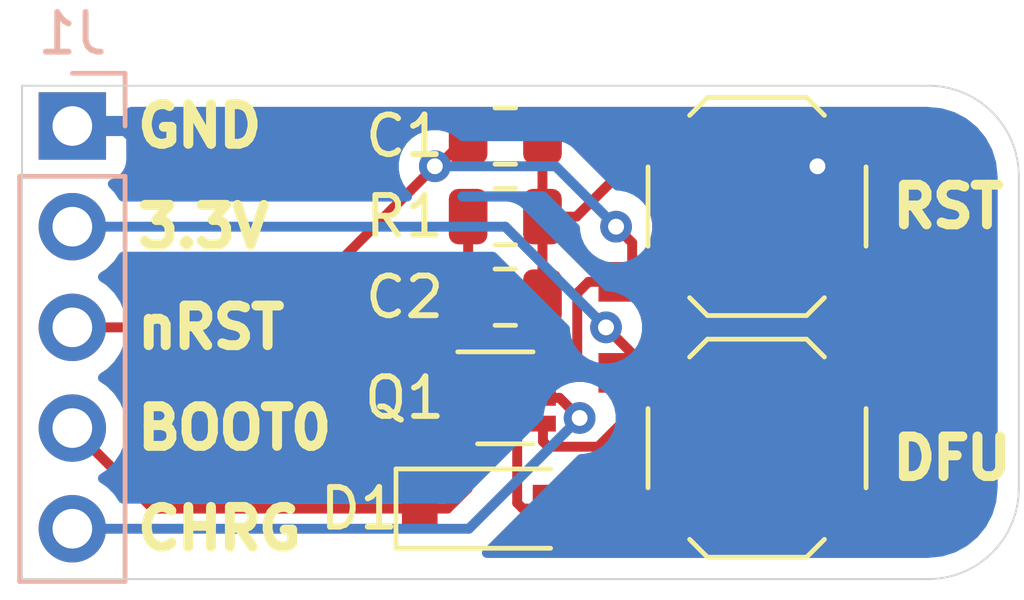
<source format=kicad_pcb>
(kicad_pcb (version 20171130) (host pcbnew "(5.1.6)-1")

  (general
    (thickness 1.6)
    (drawings 13)
    (tracks 66)
    (zones 0)
    (modules 8)
    (nets 7)
  )

  (page A4)
  (layers
    (0 F.Cu signal)
    (31 B.Cu signal)
    (32 B.Adhes user)
    (33 F.Adhes user)
    (34 B.Paste user)
    (35 F.Paste user)
    (36 B.SilkS user)
    (37 F.SilkS user)
    (38 B.Mask user)
    (39 F.Mask user)
    (40 Dwgs.User user)
    (41 Cmts.User user)
    (42 Eco1.User user)
    (43 Eco2.User user)
    (44 Edge.Cuts user)
    (45 Margin user)
    (46 B.CrtYd user)
    (47 F.CrtYd user)
    (48 B.Fab user hide)
    (49 F.Fab user hide)
  )

  (setup
    (last_trace_width 0.25)
    (trace_clearance 0.2)
    (zone_clearance 0.508)
    (zone_45_only no)
    (trace_min 0.2)
    (via_size 0.8)
    (via_drill 0.4)
    (via_min_size 0.4)
    (via_min_drill 0.3)
    (uvia_size 0.3)
    (uvia_drill 0.1)
    (uvias_allowed no)
    (uvia_min_size 0.2)
    (uvia_min_drill 0.1)
    (edge_width 0.05)
    (segment_width 0.2)
    (pcb_text_width 0.3)
    (pcb_text_size 1.5 1.5)
    (mod_edge_width 0.12)
    (mod_text_size 1 1)
    (mod_text_width 0.15)
    (pad_size 1.524 1.524)
    (pad_drill 0.762)
    (pad_to_mask_clearance 0.051)
    (solder_mask_min_width 0.25)
    (aux_axis_origin 0 0)
    (visible_elements 7FFFFFFF)
    (pcbplotparams
      (layerselection 0x010fc_ffffffff)
      (usegerberextensions false)
      (usegerberattributes false)
      (usegerberadvancedattributes false)
      (creategerberjobfile false)
      (excludeedgelayer true)
      (linewidth 0.100000)
      (plotframeref false)
      (viasonmask false)
      (mode 1)
      (useauxorigin false)
      (hpglpennumber 1)
      (hpglpenspeed 20)
      (hpglpendiameter 15.000000)
      (psnegative false)
      (psa4output false)
      (plotreference true)
      (plotvalue true)
      (plotinvisibletext false)
      (padsonsilk false)
      (subtractmaskfromsilk false)
      (outputformat 1)
      (mirror false)
      (drillshape 0)
      (scaleselection 1)
      (outputdirectory "Gerbers"))
  )

  (net 0 "")
  (net 1 "Net-(D1-Pad2)")
  (net 2 BOOT0)
  (net 3 GND)
  (net 4 NRST)
  (net 5 +3V3)
  (net 6 BOOT0_CHRG)

  (net_class Default "This is the default net class."
    (clearance 0.2)
    (trace_width 0.25)
    (via_dia 0.8)
    (via_drill 0.4)
    (uvia_dia 0.3)
    (uvia_drill 0.1)
    (add_net +3V3)
    (add_net BOOT0)
    (add_net BOOT0_CHRG)
    (add_net GND)
    (add_net NRST)
    (add_net "Net-(D1-Pad2)")
  )

  (module Button_Switch_SMD:SW_SPST_TL3342 (layer F.Cu) (tedit 5A02FC95) (tstamp 5EC3CED4)
    (at 93.218 70.104)
    (descr "Low-profile SMD Tactile Switch, https://www.e-switch.com/system/asset/product_line/data_sheet/165/TL3342.pdf")
    (tags "SPST Tactile Switch")
    (path /5CDF4771)
    (attr smd)
    (fp_text reference RESET1 (at 5.715 0) (layer F.SilkS) hide
      (effects (font (size 1 1) (thickness 0.15)))
    )
    (fp_text value RESET (at 0 3.75) (layer F.Fab)
      (effects (font (size 1 1) (thickness 0.15)))
    )
    (fp_line (start 3.2 2.1) (end 3.2 1.6) (layer F.Fab) (width 0.1))
    (fp_line (start 3.2 -2.1) (end 3.2 -1.6) (layer F.Fab) (width 0.1))
    (fp_line (start -3.2 2.1) (end -3.2 1.6) (layer F.Fab) (width 0.1))
    (fp_line (start -3.2 -2.1) (end -3.2 -1.6) (layer F.Fab) (width 0.1))
    (fp_line (start 2.7 -2.1) (end 2.7 -1.6) (layer F.Fab) (width 0.1))
    (fp_line (start 1.7 -2.1) (end 3.2 -2.1) (layer F.Fab) (width 0.1))
    (fp_line (start 3.2 -1.6) (end 2.2 -1.6) (layer F.Fab) (width 0.1))
    (fp_line (start -2.7 -2.1) (end -2.7 -1.6) (layer F.Fab) (width 0.1))
    (fp_line (start -1.7 -2.1) (end -3.2 -2.1) (layer F.Fab) (width 0.1))
    (fp_line (start -3.2 -1.6) (end -2.2 -1.6) (layer F.Fab) (width 0.1))
    (fp_line (start -2.7 2.1) (end -2.7 1.6) (layer F.Fab) (width 0.1))
    (fp_line (start -3.2 1.6) (end -2.2 1.6) (layer F.Fab) (width 0.1))
    (fp_line (start -1.7 2.1) (end -3.2 2.1) (layer F.Fab) (width 0.1))
    (fp_line (start 1.7 2.1) (end 3.2 2.1) (layer F.Fab) (width 0.1))
    (fp_line (start 2.7 2.1) (end 2.7 1.6) (layer F.Fab) (width 0.1))
    (fp_line (start 3.2 1.6) (end 2.2 1.6) (layer F.Fab) (width 0.1))
    (fp_line (start -1.7 2.3) (end -1.25 2.75) (layer F.SilkS) (width 0.12))
    (fp_line (start 1.7 2.3) (end 1.25 2.75) (layer F.SilkS) (width 0.12))
    (fp_line (start 1.7 -2.3) (end 1.25 -2.75) (layer F.SilkS) (width 0.12))
    (fp_line (start -1.7 -2.3) (end -1.25 -2.75) (layer F.SilkS) (width 0.12))
    (fp_line (start -2 -1) (end -1 -2) (layer F.Fab) (width 0.1))
    (fp_line (start -1 -2) (end 1 -2) (layer F.Fab) (width 0.1))
    (fp_line (start 1 -2) (end 2 -1) (layer F.Fab) (width 0.1))
    (fp_line (start 2 -1) (end 2 1) (layer F.Fab) (width 0.1))
    (fp_line (start 2 1) (end 1 2) (layer F.Fab) (width 0.1))
    (fp_line (start 1 2) (end -1 2) (layer F.Fab) (width 0.1))
    (fp_line (start -1 2) (end -2 1) (layer F.Fab) (width 0.1))
    (fp_line (start -2 1) (end -2 -1) (layer F.Fab) (width 0.1))
    (fp_line (start 2.75 -1) (end 2.75 1) (layer F.SilkS) (width 0.12))
    (fp_line (start -1.25 2.75) (end 1.25 2.75) (layer F.SilkS) (width 0.12))
    (fp_line (start -2.75 -1) (end -2.75 1) (layer F.SilkS) (width 0.12))
    (fp_line (start -1.25 -2.75) (end 1.25 -2.75) (layer F.SilkS) (width 0.12))
    (fp_line (start -2.6 -1.2) (end -2.6 1.2) (layer F.Fab) (width 0.1))
    (fp_line (start -2.6 1.2) (end -1.2 2.6) (layer F.Fab) (width 0.1))
    (fp_line (start -1.2 2.6) (end 1.2 2.6) (layer F.Fab) (width 0.1))
    (fp_line (start 1.2 2.6) (end 2.6 1.2) (layer F.Fab) (width 0.1))
    (fp_line (start 2.6 1.2) (end 2.6 -1.2) (layer F.Fab) (width 0.1))
    (fp_line (start 2.6 -1.2) (end 1.2 -2.6) (layer F.Fab) (width 0.1))
    (fp_line (start 1.2 -2.6) (end -1.2 -2.6) (layer F.Fab) (width 0.1))
    (fp_line (start -1.2 -2.6) (end -2.6 -1.2) (layer F.Fab) (width 0.1))
    (fp_line (start -4.25 -3) (end 4.25 -3) (layer F.CrtYd) (width 0.05))
    (fp_line (start 4.25 -3) (end 4.25 3) (layer F.CrtYd) (width 0.05))
    (fp_line (start 4.25 3) (end -4.25 3) (layer F.CrtYd) (width 0.05))
    (fp_line (start -4.25 3) (end -4.25 -3) (layer F.CrtYd) (width 0.05))
    (fp_circle (center 0 0) (end 1 0) (layer F.Fab) (width 0.1))
    (fp_text user %R (at 0 -3.75) (layer F.Fab)
      (effects (font (size 1 1) (thickness 0.15)))
    )
    (pad 2 smd rect (at 3.15 1.9) (size 1.7 1) (layers F.Cu F.Paste F.Mask)
      (net 4 NRST))
    (pad 2 smd rect (at -3.15 1.9) (size 1.7 1) (layers F.Cu F.Paste F.Mask)
      (net 4 NRST))
    (pad 1 smd rect (at 3.15 -1.9) (size 1.7 1) (layers F.Cu F.Paste F.Mask)
      (net 3 GND))
    (pad 1 smd rect (at -3.15 -1.9) (size 1.7 1) (layers F.Cu F.Paste F.Mask)
      (net 3 GND))
    (model ${KISYS3DMOD}/Button_Switch_SMD.3dshapes/SW_SPST_TL3342.wrl
      (at (xyz 0 0 0))
      (scale (xyz 1 1 1))
      (rotate (xyz 0 0 0))
    )
  )

  (module Resistor_SMD:R_0805_2012Metric (layer F.Cu) (tedit 5B36C52B) (tstamp 5EC3CE9E)
    (at 86.868 70.358)
    (descr "Resistor SMD 0805 (2012 Metric), square (rectangular) end terminal, IPC_7351 nominal, (Body size source: https://docs.google.com/spreadsheets/d/1BsfQQcO9C6DZCsRaXUlFlo91Tg2WpOkGARC1WS5S8t0/edit?usp=sharing), generated with kicad-footprint-generator")
    (tags resistor)
    (path /5D23DCAD)
    (attr smd)
    (fp_text reference R1 (at -2.54 0) (layer F.SilkS)
      (effects (font (size 1 1) (thickness 0.15)))
    )
    (fp_text value 100k (at 0 1.65) (layer F.Fab)
      (effects (font (size 1 1) (thickness 0.15)))
    )
    (fp_line (start -1 0.6) (end -1 -0.6) (layer F.Fab) (width 0.1))
    (fp_line (start -1 -0.6) (end 1 -0.6) (layer F.Fab) (width 0.1))
    (fp_line (start 1 -0.6) (end 1 0.6) (layer F.Fab) (width 0.1))
    (fp_line (start 1 0.6) (end -1 0.6) (layer F.Fab) (width 0.1))
    (fp_line (start -0.258578 -0.71) (end 0.258578 -0.71) (layer F.SilkS) (width 0.12))
    (fp_line (start -0.258578 0.71) (end 0.258578 0.71) (layer F.SilkS) (width 0.12))
    (fp_line (start -1.68 0.95) (end -1.68 -0.95) (layer F.CrtYd) (width 0.05))
    (fp_line (start -1.68 -0.95) (end 1.68 -0.95) (layer F.CrtYd) (width 0.05))
    (fp_line (start 1.68 -0.95) (end 1.68 0.95) (layer F.CrtYd) (width 0.05))
    (fp_line (start 1.68 0.95) (end -1.68 0.95) (layer F.CrtYd) (width 0.05))
    (fp_text user %R (at 0 0) (layer F.Fab)
      (effects (font (size 0.5 0.5) (thickness 0.08)))
    )
    (pad 2 smd roundrect (at 0.9375 0) (size 0.975 1.4) (layers F.Cu F.Paste F.Mask) (roundrect_rratio 0.25)
      (net 3 GND))
    (pad 1 smd roundrect (at -0.9375 0) (size 0.975 1.4) (layers F.Cu F.Paste F.Mask) (roundrect_rratio 0.25)
      (net 2 BOOT0))
    (model ${KISYS3DMOD}/Resistor_SMD.3dshapes/R_0805_2012Metric.wrl
      (at (xyz 0 0 0))
      (scale (xyz 1 1 1))
      (rotate (xyz 0 0 0))
    )
  )

  (module Package_TO_SOT_SMD:SOT-363_SC-70-6 (layer F.Cu) (tedit 5A02FF57) (tstamp 5EC3CE8D)
    (at 86.868 74.93)
    (descr "SOT-363, SC-70-6")
    (tags "SOT-363 SC-70-6")
    (path /5E864255)
    (attr smd)
    (fp_text reference Q1 (at -2.54 0) (layer F.SilkS)
      (effects (font (size 1 1) (thickness 0.15)))
    )
    (fp_text value MUN5333 (at 0 2 180) (layer F.Fab)
      (effects (font (size 1 1) (thickness 0.15)))
    )
    (fp_line (start 0.7 -1.16) (end -1.2 -1.16) (layer F.SilkS) (width 0.12))
    (fp_line (start -0.7 1.16) (end 0.7 1.16) (layer F.SilkS) (width 0.12))
    (fp_line (start 1.6 1.4) (end 1.6 -1.4) (layer F.CrtYd) (width 0.05))
    (fp_line (start -1.6 -1.4) (end -1.6 1.4) (layer F.CrtYd) (width 0.05))
    (fp_line (start -1.6 -1.4) (end 1.6 -1.4) (layer F.CrtYd) (width 0.05))
    (fp_line (start 0.675 -1.1) (end -0.175 -1.1) (layer F.Fab) (width 0.1))
    (fp_line (start -0.675 -0.6) (end -0.675 1.1) (layer F.Fab) (width 0.1))
    (fp_line (start -1.6 1.4) (end 1.6 1.4) (layer F.CrtYd) (width 0.05))
    (fp_line (start 0.675 -1.1) (end 0.675 1.1) (layer F.Fab) (width 0.1))
    (fp_line (start 0.675 1.1) (end -0.675 1.1) (layer F.Fab) (width 0.1))
    (fp_line (start -0.175 -1.1) (end -0.675 -0.6) (layer F.Fab) (width 0.1))
    (fp_text user %R (at 0 0 90) (layer F.Fab)
      (effects (font (size 0.5 0.5) (thickness 0.075)))
    )
    (pad 6 smd rect (at 0.95 -0.65) (size 0.65 0.4) (layers F.Cu F.Paste F.Mask)
      (net 4 NRST))
    (pad 4 smd rect (at 0.95 0.65) (size 0.65 0.4) (layers F.Cu F.Paste F.Mask)
      (net 5 +3V3))
    (pad 2 smd rect (at -0.95 0) (size 0.65 0.4) (layers F.Cu F.Paste F.Mask)
      (net 1 "Net-(D1-Pad2)"))
    (pad 5 smd rect (at 0.95 0) (size 0.65 0.4) (layers F.Cu F.Paste F.Mask)
      (net 6 BOOT0_CHRG))
    (pad 3 smd rect (at -0.95 0.65) (size 0.65 0.4) (layers F.Cu F.Paste F.Mask)
      (net 2 BOOT0))
    (pad 1 smd rect (at -0.95 -0.65) (size 0.65 0.4) (layers F.Cu F.Paste F.Mask)
      (net 3 GND))
    (model ${KISYS3DMOD}/Package_TO_SOT_SMD.3dshapes/SOT-363_SC-70-6.wrl
      (at (xyz 0 0 0))
      (scale (xyz 1 1 1))
      (rotate (xyz 0 0 0))
    )
  )

  (module Connector_PinHeader_2.54mm:PinHeader_1x05_P2.54mm_Vertical (layer B.Cu) (tedit 59FED5CC) (tstamp 5EC3CE77)
    (at 75.946 68.072 180)
    (descr "Through hole straight pin header, 1x05, 2.54mm pitch, single row")
    (tags "Through hole pin header THT 1x05 2.54mm single row")
    (path /5EC54312)
    (fp_text reference J1 (at 0 2.33) (layer B.SilkS)
      (effects (font (size 1 1) (thickness 0.15)) (justify mirror))
    )
    (fp_text value Conn_01x05 (at 0 -12.49) (layer B.Fab)
      (effects (font (size 1 1) (thickness 0.15)) (justify mirror))
    )
    (fp_line (start -0.635 1.27) (end 1.27 1.27) (layer B.Fab) (width 0.1))
    (fp_line (start 1.27 1.27) (end 1.27 -11.43) (layer B.Fab) (width 0.1))
    (fp_line (start 1.27 -11.43) (end -1.27 -11.43) (layer B.Fab) (width 0.1))
    (fp_line (start -1.27 -11.43) (end -1.27 0.635) (layer B.Fab) (width 0.1))
    (fp_line (start -1.27 0.635) (end -0.635 1.27) (layer B.Fab) (width 0.1))
    (fp_line (start -1.33 -11.49) (end 1.33 -11.49) (layer B.SilkS) (width 0.12))
    (fp_line (start -1.33 -1.27) (end -1.33 -11.49) (layer B.SilkS) (width 0.12))
    (fp_line (start 1.33 -1.27) (end 1.33 -11.49) (layer B.SilkS) (width 0.12))
    (fp_line (start -1.33 -1.27) (end 1.33 -1.27) (layer B.SilkS) (width 0.12))
    (fp_line (start -1.33 0) (end -1.33 1.33) (layer B.SilkS) (width 0.12))
    (fp_line (start -1.33 1.33) (end 0 1.33) (layer B.SilkS) (width 0.12))
    (fp_line (start -1.8 1.8) (end -1.8 -11.95) (layer B.CrtYd) (width 0.05))
    (fp_line (start -1.8 -11.95) (end 1.8 -11.95) (layer B.CrtYd) (width 0.05))
    (fp_line (start 1.8 -11.95) (end 1.8 1.8) (layer B.CrtYd) (width 0.05))
    (fp_line (start 1.8 1.8) (end -1.8 1.8) (layer B.CrtYd) (width 0.05))
    (fp_text user %R (at 0 -5.08 270) (layer B.Fab)
      (effects (font (size 1 1) (thickness 0.15)) (justify mirror))
    )
    (pad 5 thru_hole oval (at 0 -10.16 180) (size 1.7 1.7) (drill 1) (layers *.Cu *.Mask)
      (net 6 BOOT0_CHRG))
    (pad 4 thru_hole oval (at 0 -7.62 180) (size 1.7 1.7) (drill 1) (layers *.Cu *.Mask)
      (net 2 BOOT0))
    (pad 3 thru_hole oval (at 0 -5.08 180) (size 1.7 1.7) (drill 1) (layers *.Cu *.Mask)
      (net 4 NRST))
    (pad 2 thru_hole oval (at 0 -2.54 180) (size 1.7 1.7) (drill 1) (layers *.Cu *.Mask)
      (net 5 +3V3))
    (pad 1 thru_hole rect (at 0 0 180) (size 1.7 1.7) (drill 1) (layers *.Cu *.Mask)
      (net 3 GND))
    (model ${KISYS3DMOD}/Connector_PinHeader_2.54mm.3dshapes/PinHeader_1x05_P2.54mm_Vertical.wrl
      (at (xyz 0 0 0))
      (scale (xyz 1 1 1))
      (rotate (xyz 0 0 0))
    )
  )

  (module Button_Switch_SMD:SW_SPST_TL3342 (layer F.Cu) (tedit 5A02FC95) (tstamp 5EC3CE5E)
    (at 93.218 76.2)
    (descr "Low-profile SMD Tactile Switch, https://www.e-switch.com/system/asset/product_line/data_sheet/165/TL3342.pdf")
    (tags "SPST Tactile Switch")
    (path /5E59A1E2)
    (attr smd)
    (fp_text reference DFU1 (at 5.08 0) (layer F.SilkS) hide
      (effects (font (size 1 1) (thickness 0.15)))
    )
    (fp_text value DFU (at 0 3.75) (layer F.Fab)
      (effects (font (size 1 1) (thickness 0.15)))
    )
    (fp_line (start 3.2 2.1) (end 3.2 1.6) (layer F.Fab) (width 0.1))
    (fp_line (start 3.2 -2.1) (end 3.2 -1.6) (layer F.Fab) (width 0.1))
    (fp_line (start -3.2 2.1) (end -3.2 1.6) (layer F.Fab) (width 0.1))
    (fp_line (start -3.2 -2.1) (end -3.2 -1.6) (layer F.Fab) (width 0.1))
    (fp_line (start 2.7 -2.1) (end 2.7 -1.6) (layer F.Fab) (width 0.1))
    (fp_line (start 1.7 -2.1) (end 3.2 -2.1) (layer F.Fab) (width 0.1))
    (fp_line (start 3.2 -1.6) (end 2.2 -1.6) (layer F.Fab) (width 0.1))
    (fp_line (start -2.7 -2.1) (end -2.7 -1.6) (layer F.Fab) (width 0.1))
    (fp_line (start -1.7 -2.1) (end -3.2 -2.1) (layer F.Fab) (width 0.1))
    (fp_line (start -3.2 -1.6) (end -2.2 -1.6) (layer F.Fab) (width 0.1))
    (fp_line (start -2.7 2.1) (end -2.7 1.6) (layer F.Fab) (width 0.1))
    (fp_line (start -3.2 1.6) (end -2.2 1.6) (layer F.Fab) (width 0.1))
    (fp_line (start -1.7 2.1) (end -3.2 2.1) (layer F.Fab) (width 0.1))
    (fp_line (start 1.7 2.1) (end 3.2 2.1) (layer F.Fab) (width 0.1))
    (fp_line (start 2.7 2.1) (end 2.7 1.6) (layer F.Fab) (width 0.1))
    (fp_line (start 3.2 1.6) (end 2.2 1.6) (layer F.Fab) (width 0.1))
    (fp_line (start -1.7 2.3) (end -1.25 2.75) (layer F.SilkS) (width 0.12))
    (fp_line (start 1.7 2.3) (end 1.25 2.75) (layer F.SilkS) (width 0.12))
    (fp_line (start 1.7 -2.3) (end 1.25 -2.75) (layer F.SilkS) (width 0.12))
    (fp_line (start -1.7 -2.3) (end -1.25 -2.75) (layer F.SilkS) (width 0.12))
    (fp_line (start -2 -1) (end -1 -2) (layer F.Fab) (width 0.1))
    (fp_line (start -1 -2) (end 1 -2) (layer F.Fab) (width 0.1))
    (fp_line (start 1 -2) (end 2 -1) (layer F.Fab) (width 0.1))
    (fp_line (start 2 -1) (end 2 1) (layer F.Fab) (width 0.1))
    (fp_line (start 2 1) (end 1 2) (layer F.Fab) (width 0.1))
    (fp_line (start 1 2) (end -1 2) (layer F.Fab) (width 0.1))
    (fp_line (start -1 2) (end -2 1) (layer F.Fab) (width 0.1))
    (fp_line (start -2 1) (end -2 -1) (layer F.Fab) (width 0.1))
    (fp_line (start 2.75 -1) (end 2.75 1) (layer F.SilkS) (width 0.12))
    (fp_line (start -1.25 2.75) (end 1.25 2.75) (layer F.SilkS) (width 0.12))
    (fp_line (start -2.75 -1) (end -2.75 1) (layer F.SilkS) (width 0.12))
    (fp_line (start -1.25 -2.75) (end 1.25 -2.75) (layer F.SilkS) (width 0.12))
    (fp_line (start -2.6 -1.2) (end -2.6 1.2) (layer F.Fab) (width 0.1))
    (fp_line (start -2.6 1.2) (end -1.2 2.6) (layer F.Fab) (width 0.1))
    (fp_line (start -1.2 2.6) (end 1.2 2.6) (layer F.Fab) (width 0.1))
    (fp_line (start 1.2 2.6) (end 2.6 1.2) (layer F.Fab) (width 0.1))
    (fp_line (start 2.6 1.2) (end 2.6 -1.2) (layer F.Fab) (width 0.1))
    (fp_line (start 2.6 -1.2) (end 1.2 -2.6) (layer F.Fab) (width 0.1))
    (fp_line (start 1.2 -2.6) (end -1.2 -2.6) (layer F.Fab) (width 0.1))
    (fp_line (start -1.2 -2.6) (end -2.6 -1.2) (layer F.Fab) (width 0.1))
    (fp_line (start -4.25 -3) (end 4.25 -3) (layer F.CrtYd) (width 0.05))
    (fp_line (start 4.25 -3) (end 4.25 3) (layer F.CrtYd) (width 0.05))
    (fp_line (start 4.25 3) (end -4.25 3) (layer F.CrtYd) (width 0.05))
    (fp_line (start -4.25 3) (end -4.25 -3) (layer F.CrtYd) (width 0.05))
    (fp_circle (center 0 0) (end 1 0) (layer F.Fab) (width 0.1))
    (fp_text user %R (at 0 -3.75) (layer F.Fab)
      (effects (font (size 1 1) (thickness 0.15)))
    )
    (pad 2 smd rect (at 3.15 1.9) (size 1.7 1) (layers F.Cu F.Paste F.Mask)
      (net 1 "Net-(D1-Pad2)"))
    (pad 2 smd rect (at -3.15 1.9) (size 1.7 1) (layers F.Cu F.Paste F.Mask)
      (net 1 "Net-(D1-Pad2)"))
    (pad 1 smd rect (at 3.15 -1.9) (size 1.7 1) (layers F.Cu F.Paste F.Mask)
      (net 5 +3V3))
    (pad 1 smd rect (at -3.15 -1.9) (size 1.7 1) (layers F.Cu F.Paste F.Mask)
      (net 5 +3V3))
    (model ${KISYS3DMOD}/Button_Switch_SMD.3dshapes/SW_SPST_TL3342.wrl
      (at (xyz 0 0 0))
      (scale (xyz 1 1 1))
      (rotate (xyz 0 0 0))
    )
  )

  (module Capacitor_SMD:C_0805_2012Metric (layer F.Cu) (tedit 5B36C52B) (tstamp 5EC3CDF8)
    (at 86.868 72.39)
    (descr "Capacitor SMD 0805 (2012 Metric), square (rectangular) end terminal, IPC_7351 nominal, (Body size source: https://docs.google.com/spreadsheets/d/1BsfQQcO9C6DZCsRaXUlFlo91Tg2WpOkGARC1WS5S8t0/edit?usp=sharing), generated with kicad-footprint-generator")
    (tags capacitor)
    (path /5D2331B3)
    (attr smd)
    (fp_text reference C2 (at -2.54 0) (layer F.SilkS)
      (effects (font (size 1 1) (thickness 0.15)))
    )
    (fp_text value 10u (at 0 1.65) (layer F.Fab)
      (effects (font (size 1 1) (thickness 0.15)))
    )
    (fp_line (start -1 0.6) (end -1 -0.6) (layer F.Fab) (width 0.1))
    (fp_line (start -1 -0.6) (end 1 -0.6) (layer F.Fab) (width 0.1))
    (fp_line (start 1 -0.6) (end 1 0.6) (layer F.Fab) (width 0.1))
    (fp_line (start 1 0.6) (end -1 0.6) (layer F.Fab) (width 0.1))
    (fp_line (start -0.258578 -0.71) (end 0.258578 -0.71) (layer F.SilkS) (width 0.12))
    (fp_line (start -0.258578 0.71) (end 0.258578 0.71) (layer F.SilkS) (width 0.12))
    (fp_line (start -1.68 0.95) (end -1.68 -0.95) (layer F.CrtYd) (width 0.05))
    (fp_line (start -1.68 -0.95) (end 1.68 -0.95) (layer F.CrtYd) (width 0.05))
    (fp_line (start 1.68 -0.95) (end 1.68 0.95) (layer F.CrtYd) (width 0.05))
    (fp_line (start 1.68 0.95) (end -1.68 0.95) (layer F.CrtYd) (width 0.05))
    (fp_text user %R (at 0 0) (layer F.Fab)
      (effects (font (size 0.5 0.5) (thickness 0.08)))
    )
    (pad 2 smd roundrect (at 0.9375 0) (size 0.975 1.4) (layers F.Cu F.Paste F.Mask) (roundrect_rratio 0.25)
      (net 3 GND))
    (pad 1 smd roundrect (at -0.9375 0) (size 0.975 1.4) (layers F.Cu F.Paste F.Mask) (roundrect_rratio 0.25)
      (net 2 BOOT0))
    (model ${KISYS3DMOD}/Capacitor_SMD.3dshapes/C_0805_2012Metric.wrl
      (at (xyz 0 0 0))
      (scale (xyz 1 1 1))
      (rotate (xyz 0 0 0))
    )
  )

  (module Capacitor_SMD:C_0805_2012Metric (layer F.Cu) (tedit 5B36C52B) (tstamp 5EC3CDE7)
    (at 86.868 68.326)
    (descr "Capacitor SMD 0805 (2012 Metric), square (rectangular) end terminal, IPC_7351 nominal, (Body size source: https://docs.google.com/spreadsheets/d/1BsfQQcO9C6DZCsRaXUlFlo91Tg2WpOkGARC1WS5S8t0/edit?usp=sharing), generated with kicad-footprint-generator")
    (tags capacitor)
    (path /5D228A0C)
    (attr smd)
    (fp_text reference C1 (at -2.54 0) (layer F.SilkS)
      (effects (font (size 1 1) (thickness 0.15)))
    )
    (fp_text value 100n (at 0 1.65) (layer F.Fab)
      (effects (font (size 1 1) (thickness 0.15)))
    )
    (fp_line (start -1 0.6) (end -1 -0.6) (layer F.Fab) (width 0.1))
    (fp_line (start -1 -0.6) (end 1 -0.6) (layer F.Fab) (width 0.1))
    (fp_line (start 1 -0.6) (end 1 0.6) (layer F.Fab) (width 0.1))
    (fp_line (start 1 0.6) (end -1 0.6) (layer F.Fab) (width 0.1))
    (fp_line (start -0.258578 -0.71) (end 0.258578 -0.71) (layer F.SilkS) (width 0.12))
    (fp_line (start -0.258578 0.71) (end 0.258578 0.71) (layer F.SilkS) (width 0.12))
    (fp_line (start -1.68 0.95) (end -1.68 -0.95) (layer F.CrtYd) (width 0.05))
    (fp_line (start -1.68 -0.95) (end 1.68 -0.95) (layer F.CrtYd) (width 0.05))
    (fp_line (start 1.68 -0.95) (end 1.68 0.95) (layer F.CrtYd) (width 0.05))
    (fp_line (start 1.68 0.95) (end -1.68 0.95) (layer F.CrtYd) (width 0.05))
    (fp_text user %R (at 0 0) (layer F.Fab)
      (effects (font (size 0.5 0.5) (thickness 0.08)))
    )
    (pad 2 smd roundrect (at 0.9375 0) (size 0.975 1.4) (layers F.Cu F.Paste F.Mask) (roundrect_rratio 0.25)
      (net 3 GND))
    (pad 1 smd roundrect (at -0.9375 0) (size 0.975 1.4) (layers F.Cu F.Paste F.Mask) (roundrect_rratio 0.25)
      (net 4 NRST))
    (model ${KISYS3DMOD}/Capacitor_SMD.3dshapes/C_0805_2012Metric.wrl
      (at (xyz 0 0 0))
      (scale (xyz 1 1 1))
      (rotate (xyz 0 0 0))
    )
  )

  (module Diode_SMD:D_SOD-123 (layer F.Cu) (tedit 58645DC7) (tstamp 5EC3CC9E)
    (at 86.36 77.724)
    (descr SOD-123)
    (tags SOD-123)
    (path /5D249B3D)
    (attr smd)
    (fp_text reference D1 (at -3.175 0) (layer F.SilkS)
      (effects (font (size 1 1) (thickness 0.15)))
    )
    (fp_text value 1N4148 (at 0 2.1) (layer F.Fab)
      (effects (font (size 1 1) (thickness 0.15)))
    )
    (fp_line (start -2.25 -1) (end -2.25 1) (layer F.SilkS) (width 0.12))
    (fp_line (start 0.25 0) (end 0.75 0) (layer F.Fab) (width 0.1))
    (fp_line (start 0.25 0.4) (end -0.35 0) (layer F.Fab) (width 0.1))
    (fp_line (start 0.25 -0.4) (end 0.25 0.4) (layer F.Fab) (width 0.1))
    (fp_line (start -0.35 0) (end 0.25 -0.4) (layer F.Fab) (width 0.1))
    (fp_line (start -0.35 0) (end -0.35 0.55) (layer F.Fab) (width 0.1))
    (fp_line (start -0.35 0) (end -0.35 -0.55) (layer F.Fab) (width 0.1))
    (fp_line (start -0.75 0) (end -0.35 0) (layer F.Fab) (width 0.1))
    (fp_line (start -1.4 0.9) (end -1.4 -0.9) (layer F.Fab) (width 0.1))
    (fp_line (start 1.4 0.9) (end -1.4 0.9) (layer F.Fab) (width 0.1))
    (fp_line (start 1.4 -0.9) (end 1.4 0.9) (layer F.Fab) (width 0.1))
    (fp_line (start -1.4 -0.9) (end 1.4 -0.9) (layer F.Fab) (width 0.1))
    (fp_line (start -2.35 -1.15) (end 2.35 -1.15) (layer F.CrtYd) (width 0.05))
    (fp_line (start 2.35 -1.15) (end 2.35 1.15) (layer F.CrtYd) (width 0.05))
    (fp_line (start 2.35 1.15) (end -2.35 1.15) (layer F.CrtYd) (width 0.05))
    (fp_line (start -2.35 -1.15) (end -2.35 1.15) (layer F.CrtYd) (width 0.05))
    (fp_line (start -2.25 1) (end 1.65 1) (layer F.SilkS) (width 0.12))
    (fp_line (start -2.25 -1) (end 1.65 -1) (layer F.SilkS) (width 0.12))
    (fp_text user %R (at 0 -2) (layer F.Fab)
      (effects (font (size 1 1) (thickness 0.15)))
    )
    (pad 2 smd rect (at 1.65 0) (size 0.9 1.2) (layers F.Cu F.Paste F.Mask)
      (net 1 "Net-(D1-Pad2)"))
    (pad 1 smd rect (at -1.65 0) (size 0.9 1.2) (layers F.Cu F.Paste F.Mask)
      (net 2 BOOT0))
    (model ${KISYS3DMOD}/Diode_SMD.3dshapes/D_SOD-123.wrl
      (at (xyz 0 0 0))
      (scale (xyz 1 1 1))
      (rotate (xyz 0 0 0))
    )
  )

  (gr_arc (start 97.536 77.216) (end 97.536 79.502) (angle -90) (layer Edge.Cuts) (width 0.05))
  (gr_arc (start 97.536 69.342) (end 99.822 69.342) (angle -90) (layer Edge.Cuts) (width 0.05))
  (gr_text DFU (at 96.52 76.454) (layer F.SilkS) (tstamp 5EC3E1C0)
    (effects (font (size 1 1) (thickness 0.25)) (justify left))
  )
  (gr_text RST (at 96.52 70.104) (layer F.SilkS) (tstamp 5EC3E151)
    (effects (font (size 1 1) (thickness 0.25)) (justify left))
  )
  (gr_line (start 74.676 79.502) (end 74.676 67.056) (layer Edge.Cuts) (width 0.05) (tstamp 5EC3DE16))
  (gr_line (start 97.536 79.502) (end 74.676 79.502) (layer Edge.Cuts) (width 0.05))
  (gr_line (start 99.822 69.342) (end 99.822 77.216) (layer Edge.Cuts) (width 0.05))
  (gr_line (start 74.676 67.056) (end 97.536 67.056) (layer Edge.Cuts) (width 0.05))
  (gr_text CHRG (at 77.47 78.232) (layer F.SilkS) (tstamp 5EC3DB75)
    (effects (font (size 1 1) (thickness 0.25)) (justify left))
  )
  (gr_text BOOT0 (at 77.47 75.692) (layer F.SilkS) (tstamp 5EC3DB72)
    (effects (font (size 1 1) (thickness 0.25)) (justify left))
  )
  (gr_text nRST (at 77.47 73.152) (layer F.SilkS) (tstamp 5EC3DB6F)
    (effects (font (size 1 1) (thickness 0.25)) (justify left))
  )
  (gr_text 3.3V (at 77.47 70.612) (layer F.SilkS) (tstamp 5EC3DB6C)
    (effects (font (size 1 1) (thickness 0.25)) (justify left))
  )
  (gr_text GND (at 77.47 68.072) (layer F.SilkS)
    (effects (font (size 1 1) (thickness 0.25)) (justify left))
  )

  (segment (start 87.31 77.724) (end 88.01 77.724) (width 0.25) (layer F.Cu) (net 1))
  (segment (start 87.167999 77.581999) (end 87.31 77.724) (width 0.25) (layer F.Cu) (net 1))
  (segment (start 87.167999 75.604999) (end 87.167999 77.581999) (width 0.25) (layer F.Cu) (net 1))
  (segment (start 86.493 74.93) (end 87.167999 75.604999) (width 0.25) (layer F.Cu) (net 1))
  (segment (start 85.918 74.93) (end 86.493 74.93) (width 0.25) (layer F.Cu) (net 1))
  (segment (start 89.438 77.724) (end 90.068 78.354) (width 0.25) (layer F.Cu) (net 1))
  (segment (start 88.01 77.724) (end 89.438 77.724) (width 0.25) (layer F.Cu) (net 1))
  (segment (start 90.068 78.354) (end 96.368 78.354) (width 0.25) (layer F.Cu) (net 1))
  (segment (start 85.9305 70.358) (end 85.9305 72.39) (width 0.25) (layer F.Cu) (net 2))
  (segment (start 85.343 75.58) (end 85.918 75.58) (width 0.25) (layer F.Cu) (net 2))
  (segment (start 85.267999 75.504999) (end 85.343 75.58) (width 0.25) (layer F.Cu) (net 2))
  (segment (start 85.267999 73.052501) (end 85.267999 75.504999) (width 0.25) (layer F.Cu) (net 2))
  (segment (start 85.9305 72.39) (end 85.267999 73.052501) (width 0.25) (layer F.Cu) (net 2))
  (segment (start 85.41 77.724) (end 84.71 77.724) (width 0.25) (layer F.Cu) (net 2))
  (segment (start 85.918 77.216) (end 85.41 77.724) (width 0.25) (layer F.Cu) (net 2))
  (segment (start 85.918 75.58) (end 85.918 77.216) (width 0.25) (layer F.Cu) (net 2))
  (segment (start 77.978 77.724) (end 75.946 75.692) (width 0.25) (layer F.Cu) (net 2))
  (segment (start 84.71 77.724) (end 77.978 77.724) (width 0.25) (layer F.Cu) (net 2))
  (segment (start 91.168 68.204) (end 96.368 68.204) (width 0.25) (layer F.Cu) (net 3))
  (segment (start 90.068 68.204) (end 91.168 68.204) (width 0.25) (layer F.Cu) (net 3))
  (segment (start 88.664 70.358) (end 88.293 70.358) (width 0.25) (layer F.Cu) (net 3))
  (segment (start 88.293 70.358) (end 87.8055 70.358) (width 0.25) (layer F.Cu) (net 3))
  (segment (start 90.068 68.954) (end 88.664 70.358) (width 0.25) (layer F.Cu) (net 3))
  (segment (start 90.068 68.204) (end 90.068 68.954) (width 0.25) (layer F.Cu) (net 3))
  (segment (start 87.8055 68.326) (end 87.8055 72.39) (width 0.25) (layer F.Cu) (net 3))
  (segment (start 85.918 74.2775) (end 85.918 74.28) (width 0.25) (layer F.Cu) (net 3))
  (segment (start 87.8055 72.39) (end 85.918 74.2775) (width 0.25) (layer F.Cu) (net 3))
  (via (at 94.742 69.088) (size 0.8) (drill 0.4) (layers F.Cu B.Cu) (net 3))
  (segment (start 96.368 68.204) (end 95.626 68.204) (width 0.25) (layer F.Cu) (net 3))
  (segment (start 95.626 68.204) (end 94.742 69.088) (width 0.25) (layer F.Cu) (net 3))
  (segment (start 95.268 72.004) (end 90.068 72.004) (width 0.25) (layer F.Cu) (net 4))
  (segment (start 96.368 72.004) (end 95.268 72.004) (width 0.25) (layer F.Cu) (net 4))
  (via (at 89.662 70.612) (size 0.8) (drill 0.4) (layers F.Cu B.Cu) (net 4))
  (segment (start 90.068 72.004) (end 90.068 71.018) (width 0.25) (layer F.Cu) (net 4))
  (segment (start 90.068 71.018) (end 89.662 70.612) (width 0.25) (layer F.Cu) (net 4))
  (via (at 85.09 69.088) (size 0.8) (drill 0.4) (layers F.Cu B.Cu) (net 4))
  (segment (start 89.662 70.612) (end 88.138 69.088) (width 0.25) (layer B.Cu) (net 4))
  (segment (start 88.138 69.088) (end 85.09 69.088) (width 0.25) (layer B.Cu) (net 4))
  (segment (start 85.1685 69.088) (end 85.9305 68.326) (width 0.25) (layer F.Cu) (net 4))
  (segment (start 85.09 69.088) (end 85.1685 69.088) (width 0.25) (layer F.Cu) (net 4))
  (segment (start 81.026 73.152) (end 85.09 69.088) (width 0.25) (layer F.Cu) (net 4))
  (segment (start 75.946 73.152) (end 81.026 73.152) (width 0.25) (layer F.Cu) (net 4))
  (segment (start 88.682998 72.289002) (end 88.682998 73.990002) (width 0.25) (layer F.Cu) (net 4))
  (segment (start 88.393 74.28) (end 87.818 74.28) (width 0.25) (layer F.Cu) (net 4))
  (segment (start 90.068 72.004) (end 88.968 72.004) (width 0.25) (layer F.Cu) (net 4))
  (segment (start 88.968 72.004) (end 88.682998 72.289002) (width 0.25) (layer F.Cu) (net 4))
  (segment (start 88.682998 73.990002) (end 88.393 74.28) (width 0.25) (layer F.Cu) (net 4))
  (segment (start 95.268 74.554) (end 90.068 74.554) (width 0.25) (layer F.Cu) (net 5))
  (segment (start 96.368 74.554) (end 95.268 74.554) (width 0.25) (layer F.Cu) (net 5))
  (segment (start 90.068 74.527953) (end 90.042358 74.502311) (width 0.25) (layer F.Cu) (net 5))
  (segment (start 87.951001 76.163001) (end 87.818 76.03) (width 0.25) (layer F.Cu) (net 5))
  (segment (start 89.208999 76.163001) (end 87.951001 76.163001) (width 0.25) (layer F.Cu) (net 5))
  (segment (start 87.818 76.03) (end 87.818 75.58) (width 0.25) (layer F.Cu) (net 5))
  (segment (start 90.068 74.554) (end 90.068 74.527953) (width 0.25) (layer F.Cu) (net 5))
  (segment (start 90.068 75.304) (end 89.208999 76.163001) (width 0.25) (layer F.Cu) (net 5))
  (segment (start 90.068 74.554) (end 90.068 75.304) (width 0.25) (layer F.Cu) (net 5))
  (via (at 89.408 73.152) (size 0.8) (drill 0.4) (layers F.Cu B.Cu) (net 5))
  (segment (start 90.068 73.812) (end 89.408 73.152) (width 0.25) (layer F.Cu) (net 5))
  (segment (start 90.068 74.3) (end 90.068 73.812) (width 0.25) (layer F.Cu) (net 5))
  (segment (start 86.868 70.612) (end 75.946 70.612) (width 0.25) (layer B.Cu) (net 5))
  (segment (start 89.408 73.152) (end 86.868 70.612) (width 0.25) (layer B.Cu) (net 5))
  (via (at 88.743002 75.438) (size 0.8) (drill 0.4) (layers F.Cu B.Cu) (net 6))
  (segment (start 85.949002 78.232) (end 88.743002 75.438) (width 0.25) (layer B.Cu) (net 6))
  (segment (start 75.946 78.232) (end 85.949002 78.232) (width 0.25) (layer B.Cu) (net 6))
  (segment (start 88.235002 74.93) (end 87.818 74.93) (width 0.25) (layer F.Cu) (net 6))
  (segment (start 88.743002 75.438) (end 88.235002 74.93) (width 0.25) (layer F.Cu) (net 6))

  (zone (net 3) (net_name GND) (layer B.Cu) (tstamp 5EC3E5DF) (hatch edge 0.508)
    (connect_pads (clearance 0.508))
    (min_thickness 0.254)
    (fill yes (arc_segments 32) (thermal_gap 0.508) (thermal_bridge_width 0.508))
    (polygon
      (pts
        (xy 99.822 79.502) (xy 74.676 79.502) (xy 74.676 67.056) (xy 99.822 67.056)
      )
    )
    (filled_polygon
      (pts
        (xy 97.85121 67.750072) (xy 98.154413 67.841614) (xy 98.434064 67.990307) (xy 98.679505 68.190484) (xy 98.881391 68.434521)
        (xy 99.032031 68.713125) (xy 99.12569 69.015688) (xy 99.162 69.361158) (xy 99.162001 77.183711) (xy 99.127928 77.531209)
        (xy 99.036384 77.834417) (xy 98.887693 78.114063) (xy 98.687516 78.359505) (xy 98.443476 78.561392) (xy 98.164875 78.712031)
        (xy 97.862313 78.80569) (xy 97.516842 78.842) (xy 86.403709 78.842) (xy 86.489003 78.772001) (xy 86.512806 78.742997)
        (xy 88.782804 76.473) (xy 88.844941 76.473) (xy 89.0449 76.433226) (xy 89.233258 76.355205) (xy 89.402776 76.241937)
        (xy 89.546939 76.097774) (xy 89.660207 75.928256) (xy 89.738228 75.739898) (xy 89.778002 75.539939) (xy 89.778002 75.336061)
        (xy 89.738228 75.136102) (xy 89.660207 74.947744) (xy 89.546939 74.778226) (xy 89.402776 74.634063) (xy 89.233258 74.520795)
        (xy 89.0449 74.442774) (xy 88.844941 74.403) (xy 88.641063 74.403) (xy 88.441104 74.442774) (xy 88.252746 74.520795)
        (xy 88.083228 74.634063) (xy 87.939065 74.778226) (xy 87.825797 74.947744) (xy 87.747776 75.136102) (xy 87.708002 75.336061)
        (xy 87.708002 75.398198) (xy 85.634201 77.472) (xy 77.224178 77.472) (xy 77.099475 77.285368) (xy 76.892632 77.078525)
        (xy 76.71824 76.962) (xy 76.892632 76.845475) (xy 77.099475 76.638632) (xy 77.26199 76.395411) (xy 77.373932 76.125158)
        (xy 77.431 75.83826) (xy 77.431 75.54574) (xy 77.373932 75.258842) (xy 77.26199 74.988589) (xy 77.099475 74.745368)
        (xy 76.892632 74.538525) (xy 76.71824 74.422) (xy 76.892632 74.305475) (xy 77.099475 74.098632) (xy 77.26199 73.855411)
        (xy 77.373932 73.585158) (xy 77.431 73.29826) (xy 77.431 73.00574) (xy 77.373932 72.718842) (xy 77.26199 72.448589)
        (xy 77.099475 72.205368) (xy 76.892632 71.998525) (xy 76.71824 71.882) (xy 76.892632 71.765475) (xy 77.099475 71.558632)
        (xy 77.224178 71.372) (xy 86.553199 71.372) (xy 88.373 73.191803) (xy 88.373 73.253939) (xy 88.412774 73.453898)
        (xy 88.490795 73.642256) (xy 88.604063 73.811774) (xy 88.748226 73.955937) (xy 88.917744 74.069205) (xy 89.106102 74.147226)
        (xy 89.306061 74.187) (xy 89.509939 74.187) (xy 89.709898 74.147226) (xy 89.898256 74.069205) (xy 90.067774 73.955937)
        (xy 90.211937 73.811774) (xy 90.325205 73.642256) (xy 90.403226 73.453898) (xy 90.443 73.253939) (xy 90.443 73.050061)
        (xy 90.403226 72.850102) (xy 90.325205 72.661744) (xy 90.211937 72.492226) (xy 90.067774 72.348063) (xy 89.898256 72.234795)
        (xy 89.709898 72.156774) (xy 89.509939 72.117) (xy 89.447803 72.117) (xy 87.431804 70.101003) (xy 87.408001 70.071999)
        (xy 87.292276 69.977026) (xy 87.160247 69.906454) (xy 87.016986 69.862997) (xy 86.905333 69.852) (xy 86.905322 69.852)
        (xy 86.868 69.848324) (xy 86.830678 69.852) (xy 85.789711 69.852) (xy 85.793711 69.848) (xy 87.823199 69.848)
        (xy 88.627 70.651802) (xy 88.627 70.713939) (xy 88.666774 70.913898) (xy 88.744795 71.102256) (xy 88.858063 71.271774)
        (xy 89.002226 71.415937) (xy 89.171744 71.529205) (xy 89.360102 71.607226) (xy 89.560061 71.647) (xy 89.763939 71.647)
        (xy 89.963898 71.607226) (xy 90.152256 71.529205) (xy 90.321774 71.415937) (xy 90.465937 71.271774) (xy 90.579205 71.102256)
        (xy 90.657226 70.913898) (xy 90.697 70.713939) (xy 90.697 70.510061) (xy 90.657226 70.310102) (xy 90.579205 70.121744)
        (xy 90.465937 69.952226) (xy 90.321774 69.808063) (xy 90.152256 69.694795) (xy 89.963898 69.616774) (xy 89.763939 69.577)
        (xy 89.701802 69.577) (xy 88.701803 68.577002) (xy 88.678001 68.547999) (xy 88.562276 68.453026) (xy 88.430247 68.382454)
        (xy 88.286986 68.338997) (xy 88.175333 68.328) (xy 88.175322 68.328) (xy 88.138 68.324324) (xy 88.100678 68.328)
        (xy 85.793711 68.328) (xy 85.749774 68.284063) (xy 85.580256 68.170795) (xy 85.391898 68.092774) (xy 85.191939 68.053)
        (xy 84.988061 68.053) (xy 84.788102 68.092774) (xy 84.599744 68.170795) (xy 84.430226 68.284063) (xy 84.286063 68.428226)
        (xy 84.172795 68.597744) (xy 84.094774 68.786102) (xy 84.055 68.986061) (xy 84.055 69.189939) (xy 84.094774 69.389898)
        (xy 84.172795 69.578256) (xy 84.286063 69.747774) (xy 84.390289 69.852) (xy 77.224178 69.852) (xy 77.099475 69.665368)
        (xy 76.96762 69.533513) (xy 77.04018 69.511502) (xy 77.150494 69.452537) (xy 77.247185 69.373185) (xy 77.326537 69.276494)
        (xy 77.385502 69.16618) (xy 77.421812 69.046482) (xy 77.434072 68.922) (xy 77.431 68.35775) (xy 77.27225 68.199)
        (xy 76.073 68.199) (xy 76.073 68.219) (xy 75.819 68.219) (xy 75.819 68.199) (xy 75.799 68.199)
        (xy 75.799 67.945) (xy 75.819 67.945) (xy 75.819 67.925) (xy 76.073 67.925) (xy 76.073 67.945)
        (xy 77.27225 67.945) (xy 77.431 67.78625) (xy 77.431382 67.716) (xy 97.503721 67.716)
      )
    )
  )
)

</source>
